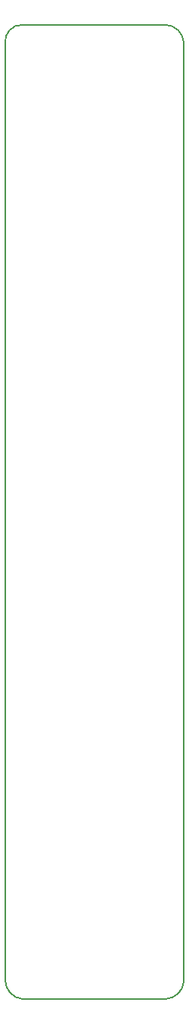
<source format=gbr>
G04 DipTrace 4.0.0.5*
G04 BoardOutline.gbr*
%MOIN*%
G04 #@! TF.FileFunction,Profile*
G04 #@! TF.Part,Single*
%ADD12C,0.005512*%
%FSLAX26Y26*%
G04*
G70*
G90*
G75*
G01*
G04 BoardOutline*
%LPD*%
X469159Y393701D2*
D12*
X1100410D1*
G03X1181659Y474951I-1776J83025D01*
G01*
Y4606201D1*
G03X1100410Y4687451I-83028J-1777D01*
G01*
X469159D1*
G03X394159Y4606201I-2345J-73075D01*
G01*
Y474951D1*
G03X469159Y393701I83766J2082D01*
G01*
M02*

</source>
